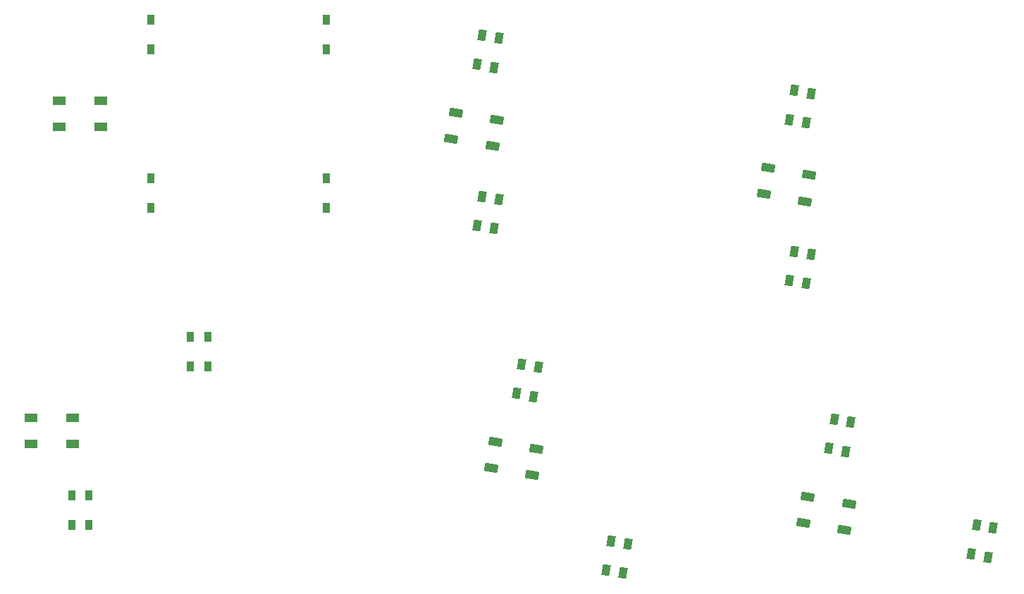
<source format=gbr>
%TF.GenerationSoftware,KiCad,Pcbnew,7.0.6*%
%TF.CreationDate,2024-02-25T17:14:13+01:00*%
%TF.ProjectId,chocobanan_left,63686f63-6f62-4616-9e61-6e5f6c656674,rev?*%
%TF.SameCoordinates,Original*%
%TF.FileFunction,Paste,Bot*%
%TF.FilePolarity,Positive*%
%FSLAX46Y46*%
G04 Gerber Fmt 4.6, Leading zero omitted, Abs format (unit mm)*
G04 Created by KiCad (PCBNEW 7.0.6) date 2024-02-25 17:14:13*
%MOMM*%
%LPD*%
G01*
G04 APERTURE LIST*
G04 Aperture macros list*
%AMRotRect*
0 Rectangle, with rotation*
0 The origin of the aperture is its center*
0 $1 length*
0 $2 width*
0 $3 Rotation angle, in degrees counterclockwise*
0 Add horizontal line*
21,1,$1,$2,0,0,$3*%
G04 Aperture macros list end*
%ADD10RotRect,1.300000X0.950000X80.000000*%
%ADD11R,0.950000X1.300000*%
%ADD12R,1.600000X1.000000*%
%ADD13RotRect,1.600000X1.000000X170.000000*%
G04 APERTURE END LIST*
D10*
%TO.C,D12*%
X67960853Y-64364595D03*
X68577305Y-60868527D03*
%TD*%
%TO.C,D16*%
X69976754Y-64720053D03*
X70593206Y-61223985D03*
%TD*%
%TO.C,D21*%
X91972987Y-10566951D03*
X92589439Y-7070883D03*
%TD*%
%TO.C,D17*%
X89957085Y-10211493D03*
X90573537Y-6715425D03*
%TD*%
%TO.C,D14*%
X54451811Y-23294833D03*
X55068263Y-19798765D03*
%TD*%
%TO.C,D23*%
X96735487Y-50094462D03*
X97351939Y-46598394D03*
%TD*%
D11*
%TO.C,D3*%
X18026500Y-39875000D03*
X18026500Y-36325000D03*
%TD*%
%TO.C,D4*%
X3739000Y-58925000D03*
X3739000Y-55375000D03*
%TD*%
%TO.C,D5*%
X34361000Y-1775000D03*
X34361000Y1775000D03*
%TD*%
D10*
%TO.C,D10*%
X52435910Y-22939375D03*
X53052362Y-19443307D03*
%TD*%
D11*
%TO.C,D7*%
X20073500Y-39875000D03*
X20073500Y-36325000D03*
%TD*%
D10*
%TO.C,D15*%
X59214311Y-43478467D03*
X59830763Y-39982399D03*
%TD*%
%TO.C,D24*%
X111826174Y-62427296D03*
X112442626Y-58931228D03*
%TD*%
D11*
%TO.C,D6*%
X34361000Y-20825000D03*
X34361000Y-17275000D03*
%TD*%
D10*
%TO.C,D22*%
X91972987Y-29910828D03*
X92589439Y-26414760D03*
%TD*%
%TO.C,D11*%
X57198410Y-43123009D03*
X57814862Y-39626941D03*
%TD*%
%TO.C,D18*%
X89957085Y-29555370D03*
X90573537Y-26059302D03*
%TD*%
%TO.C,D9*%
X52435910Y-3595498D03*
X53052362Y-99430D03*
%TD*%
D11*
%TO.C,D8*%
X5786000Y-58925000D03*
X5786000Y-55375000D03*
%TD*%
%TO.C,D2*%
X13264000Y-20825000D03*
X13264000Y-17275000D03*
%TD*%
D10*
%TO.C,D20*%
X113842076Y-62782754D03*
X114458528Y-59286686D03*
%TD*%
%TO.C,D13*%
X54451811Y-3950956D03*
X55068263Y-454888D03*
%TD*%
D11*
%TO.C,D1*%
X13264000Y-1775000D03*
X13264000Y1775000D03*
%TD*%
D10*
%TO.C,D19*%
X94719585Y-49739005D03*
X95336037Y-46242937D03*
%TD*%
D12*
%TO.C,RGB6*%
X3861625Y-46025000D03*
X3861625Y-49225000D03*
X-1138375Y-49225000D03*
X-1138375Y-46025000D03*
%TD*%
D13*
%TO.C,RGB5*%
X59600444Y-49791426D03*
X59044770Y-52942811D03*
X54120732Y-52074570D03*
X54676406Y-48923185D03*
%TD*%
%TO.C,RGB3*%
X92359119Y-16879910D03*
X91803445Y-20031295D03*
X86879407Y-19163054D03*
X87435081Y-16011669D03*
%TD*%
D12*
%TO.C,RGB1*%
X7262500Y-7925000D03*
X7262500Y-11125000D03*
X2262500Y-11125000D03*
X2262500Y-7925000D03*
%TD*%
D13*
%TO.C,RGB4*%
X97121619Y-56407421D03*
X96565945Y-59558806D03*
X91641907Y-58690565D03*
X92197581Y-55539180D03*
%TD*%
%TO.C,RGB2*%
X54837944Y-10263915D03*
X54282270Y-13415300D03*
X49358232Y-12547059D03*
X49913906Y-9395674D03*
%TD*%
M02*

</source>
